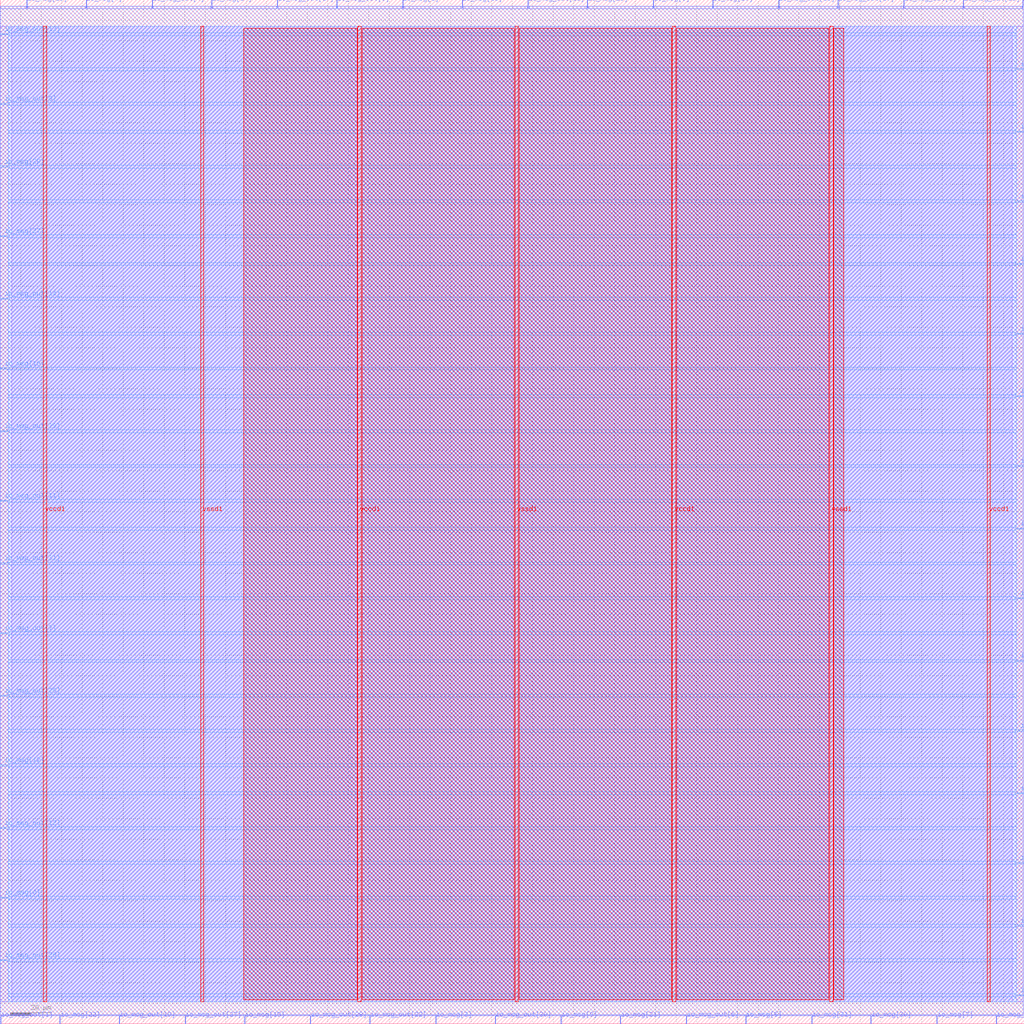
<source format=lef>
VERSION 5.7 ;
  NOWIREEXTENSIONATPIN ON ;
  DIVIDERCHAR "/" ;
  BUSBITCHARS "[]" ;
MACRO sbox
  CLASS BLOCK ;
  FOREIGN sbox ;
  ORIGIN 0.000 0.000 ;
  SIZE 500.000 BY 500.000 ;
  PIN io_msg[0]
    DIRECTION INPUT ;
    USE SIGNAL ;
    PORT
      LAYER met3 ;
        RECT 0.000 61.240 4.000 61.840 ;
    END
  END io_msg[0]
  PIN io_msg[10]
    DIRECTION INPUT ;
    USE SIGNAL ;
    PORT
      LAYER met3 ;
        RECT 496.000 176.840 500.000 177.440 ;
    END
  END io_msg[10]
  PIN io_msg[11]
    DIRECTION INPUT ;
    USE SIGNAL ;
    PORT
      LAYER met3 ;
        RECT 496.000 13.640 500.000 14.240 ;
    END
  END io_msg[11]
  PIN io_msg[12]
    DIRECTION INPUT ;
    USE SIGNAL ;
    PORT
      LAYER met3 ;
        RECT 0.000 125.840 4.000 126.440 ;
    END
  END io_msg[12]
  PIN io_msg[13]
    DIRECTION INPUT ;
    USE SIGNAL ;
    PORT
      LAYER met2 ;
        RECT 225.490 496.000 225.770 500.000 ;
    END
  END io_msg[13]
  PIN io_msg[14]
    DIRECTION INPUT ;
    USE SIGNAL ;
    PORT
      LAYER met2 ;
        RECT 103.130 496.000 103.410 500.000 ;
    END
  END io_msg[14]
  PIN io_msg[15]
    DIRECTION INPUT ;
    USE SIGNAL ;
    PORT
      LAYER met2 ;
        RECT 12.970 496.000 13.250 500.000 ;
    END
  END io_msg[15]
  PIN io_msg[16]
    DIRECTION INPUT ;
    USE SIGNAL ;
    PORT
      LAYER met3 ;
        RECT 0.000 319.640 4.000 320.240 ;
    END
  END io_msg[16]
  PIN io_msg[17]
    DIRECTION INPUT ;
    USE SIGNAL ;
    PORT
      LAYER met3 ;
        RECT 496.000 336.640 500.000 337.240 ;
    END
  END io_msg[17]
  PIN io_msg[18]
    DIRECTION INPUT ;
    USE SIGNAL ;
    PORT
      LAYER met3 ;
        RECT 496.000 78.240 500.000 78.840 ;
    END
  END io_msg[18]
  PIN io_msg[19]
    DIRECTION INPUT ;
    USE SIGNAL ;
    PORT
      LAYER met2 ;
        RECT 119.230 0.000 119.510 4.000 ;
    END
  END io_msg[19]
  PIN io_msg[1]
    DIRECTION INPUT ;
    USE SIGNAL ;
    PORT
      LAYER met2 ;
        RECT 196.510 496.000 196.790 500.000 ;
    END
  END io_msg[1]
  PIN io_msg[20]
    DIRECTION INPUT ;
    USE SIGNAL ;
    PORT
      LAYER met2 ;
        RECT 347.850 496.000 348.130 500.000 ;
    END
  END io_msg[20]
  PIN io_msg[21]
    DIRECTION INPUT ;
    USE SIGNAL ;
    PORT
      LAYER met2 ;
        RECT 302.770 0.000 303.050 4.000 ;
    END
  END io_msg[21]
  PIN io_msg[22]
    DIRECTION INPUT ;
    USE SIGNAL ;
    PORT
      LAYER met2 ;
        RECT 29.070 0.000 29.350 4.000 ;
    END
  END io_msg[22]
  PIN io_msg[23]
    DIRECTION INPUT ;
    USE SIGNAL ;
    PORT
      LAYER met3 ;
        RECT 496.000 272.040 500.000 272.640 ;
    END
  END io_msg[23]
  PIN io_msg[24]
    DIRECTION INPUT ;
    USE SIGNAL ;
    PORT
      LAYER met3 ;
        RECT 496.000 142.840 500.000 143.440 ;
    END
  END io_msg[24]
  PIN io_msg[25]
    DIRECTION INPUT ;
    USE SIGNAL ;
    PORT
      LAYER met2 ;
        RECT 286.670 496.000 286.950 500.000 ;
    END
  END io_msg[25]
  PIN io_msg[26]
    DIRECTION INPUT ;
    USE SIGNAL ;
    PORT
      LAYER met3 ;
        RECT 496.000 435.240 500.000 435.840 ;
    END
  END io_msg[26]
  PIN io_msg[27]
    DIRECTION INPUT ;
    USE SIGNAL ;
    PORT
      LAYER met3 ;
        RECT 0.000 384.240 4.000 384.840 ;
    END
  END io_msg[27]
  PIN io_msg[28]
    DIRECTION INPUT ;
    USE SIGNAL ;
    PORT
      LAYER met3 ;
        RECT 496.000 306.040 500.000 306.640 ;
    END
  END io_msg[28]
  PIN io_msg[29]
    DIRECTION INPUT ;
    USE SIGNAL ;
    PORT
      LAYER met3 ;
        RECT 0.000 418.240 4.000 418.840 ;
    END
  END io_msg[29]
  PIN io_msg[2]
    DIRECTION INPUT ;
    USE SIGNAL ;
    PORT
      LAYER met3 ;
        RECT 496.000 465.840 500.000 466.440 ;
    END
  END io_msg[2]
  PIN io_msg[30]
    DIRECTION INPUT ;
    USE SIGNAL ;
    PORT
      LAYER met2 ;
        RECT 425.130 0.000 425.410 4.000 ;
    END
  END io_msg[30]
  PIN io_msg[31]
    DIRECTION INPUT ;
    USE SIGNAL ;
    PORT
      LAYER met2 ;
        RECT 396.150 0.000 396.430 4.000 ;
    END
  END io_msg[31]
  PIN io_msg[3]
    DIRECTION INPUT ;
    USE SIGNAL ;
    PORT
      LAYER met2 ;
        RECT 212.610 0.000 212.890 4.000 ;
    END
  END io_msg[3]
  PIN io_msg[4]
    DIRECTION INPUT ;
    USE SIGNAL ;
    PORT
      LAYER met2 ;
        RECT 41.950 496.000 42.230 500.000 ;
    END
  END io_msg[4]
  PIN io_msg[5]
    DIRECTION INPUT ;
    USE SIGNAL ;
    PORT
      LAYER met2 ;
        RECT 363.950 0.000 364.230 4.000 ;
    END
  END io_msg[5]
  PIN io_msg[6]
    DIRECTION INPUT ;
    USE SIGNAL ;
    PORT
      LAYER met2 ;
        RECT 318.870 496.000 319.150 500.000 ;
    END
  END io_msg[6]
  PIN io_msg[7]
    DIRECTION INPUT ;
    USE SIGNAL ;
    PORT
      LAYER met2 ;
        RECT 457.330 0.000 457.610 4.000 ;
    END
  END io_msg[7]
  PIN io_msg[8]
    DIRECTION INPUT ;
    USE SIGNAL ;
    PORT
      LAYER met3 ;
        RECT 496.000 47.640 500.000 48.240 ;
    END
  END io_msg[8]
  PIN io_msg[9]
    DIRECTION INPUT ;
    USE SIGNAL ;
    PORT
      LAYER met2 ;
        RECT 273.790 0.000 274.070 4.000 ;
    END
  END io_msg[9]
  PIN io_msg_out[0]
    DIRECTION OUTPUT TRISTATE ;
    USE SIGNAL ;
    PORT
      LAYER met3 ;
        RECT 496.000 112.240 500.000 112.840 ;
    END
  END io_msg_out[0]
  PIN io_msg_out[10]
    DIRECTION OUTPUT TRISTATE ;
    USE SIGNAL ;
    PORT
      LAYER met2 ;
        RECT 409.030 496.000 409.310 500.000 ;
    END
  END io_msg_out[10]
  PIN io_msg_out[11]
    DIRECTION OUTPUT TRISTATE ;
    USE SIGNAL ;
    PORT
      LAYER met3 ;
        RECT 0.000 255.040 4.000 255.640 ;
    END
  END io_msg_out[11]
  PIN io_msg_out[12]
    DIRECTION OUTPUT TRISTATE ;
    USE SIGNAL ;
    PORT
      LAYER met3 ;
        RECT 0.000 95.240 4.000 95.840 ;
    END
  END io_msg_out[12]
  PIN io_msg_out[13]
    DIRECTION OUTPUT TRISTATE ;
    USE SIGNAL ;
    PORT
      LAYER met3 ;
        RECT 0.000 482.840 4.000 483.440 ;
    END
  END io_msg_out[13]
  PIN io_msg_out[14]
    DIRECTION OUTPUT TRISTATE ;
    USE SIGNAL ;
    PORT
      LAYER met3 ;
        RECT 0.000 353.640 4.000 354.240 ;
    END
  END io_msg_out[14]
  PIN io_msg_out[15]
    DIRECTION OUTPUT TRISTATE ;
    USE SIGNAL ;
    PORT
      LAYER met2 ;
        RECT 380.050 496.000 380.330 500.000 ;
    END
  END io_msg_out[15]
  PIN io_msg_out[16]
    DIRECTION OUTPUT TRISTATE ;
    USE SIGNAL ;
    PORT
      LAYER met2 ;
        RECT 470.210 496.000 470.490 500.000 ;
    END
  END io_msg_out[16]
  PIN io_msg_out[17]
    DIRECTION OUTPUT TRISTATE ;
    USE SIGNAL ;
    PORT
      LAYER met2 ;
        RECT 135.330 496.000 135.610 500.000 ;
    END
  END io_msg_out[17]
  PIN io_msg_out[18]
    DIRECTION OUTPUT TRISTATE ;
    USE SIGNAL ;
    PORT
      LAYER met2 ;
        RECT 257.690 496.000 257.970 500.000 ;
    END
  END io_msg_out[18]
  PIN io_msg_out[19]
    DIRECTION OUTPUT TRISTATE ;
    USE SIGNAL ;
    PORT
      LAYER met2 ;
        RECT 58.050 0.000 58.330 4.000 ;
    END
  END io_msg_out[19]
  PIN io_msg_out[1]
    DIRECTION OUTPUT TRISTATE ;
    USE SIGNAL ;
    PORT
      LAYER met2 ;
        RECT 0.090 0.000 0.370 4.000 ;
    END
  END io_msg_out[1]
  PIN io_msg_out[20]
    DIRECTION OUTPUT TRISTATE ;
    USE SIGNAL ;
    PORT
      LAYER met3 ;
        RECT 496.000 401.240 500.000 401.840 ;
    END
  END io_msg_out[20]
  PIN io_msg_out[21]
    DIRECTION OUTPUT TRISTATE ;
    USE SIGNAL ;
    PORT
      LAYER met2 ;
        RECT 499.190 496.000 499.470 500.000 ;
    END
  END io_msg_out[21]
  PIN io_msg_out[22]
    DIRECTION OUTPUT TRISTATE ;
    USE SIGNAL ;
    PORT
      LAYER met2 ;
        RECT 180.410 0.000 180.690 4.000 ;
    END
  END io_msg_out[22]
  PIN io_msg_out[23]
    DIRECTION OUTPUT TRISTATE ;
    USE SIGNAL ;
    PORT
      LAYER met3 ;
        RECT 496.000 370.640 500.000 371.240 ;
    END
  END io_msg_out[23]
  PIN io_msg_out[24]
    DIRECTION OUTPUT TRISTATE ;
    USE SIGNAL ;
    PORT
      LAYER met2 ;
        RECT 486.310 0.000 486.590 4.000 ;
    END
  END io_msg_out[24]
  PIN io_msg_out[25]
    DIRECTION OUTPUT TRISTATE ;
    USE SIGNAL ;
    PORT
      LAYER met3 ;
        RECT 0.000 159.840 4.000 160.440 ;
    END
  END io_msg_out[25]
  PIN io_msg_out[26]
    DIRECTION OUTPUT TRISTATE ;
    USE SIGNAL ;
    PORT
      LAYER met3 ;
        RECT 0.000 30.640 4.000 31.240 ;
    END
  END io_msg_out[26]
  PIN io_msg_out[27]
    DIRECTION OUTPUT TRISTATE ;
    USE SIGNAL ;
    PORT
      LAYER met2 ;
        RECT 90.250 0.000 90.530 4.000 ;
    END
  END io_msg_out[27]
  PIN io_msg_out[28]
    DIRECTION OUTPUT TRISTATE ;
    USE SIGNAL ;
    PORT
      LAYER met2 ;
        RECT 151.430 0.000 151.710 4.000 ;
    END
  END io_msg_out[28]
  PIN io_msg_out[29]
    DIRECTION OUTPUT TRISTATE ;
    USE SIGNAL ;
    PORT
      LAYER met3 ;
        RECT 0.000 289.040 4.000 289.640 ;
    END
  END io_msg_out[29]
  PIN io_msg_out[2]
    DIRECTION OUTPUT TRISTATE ;
    USE SIGNAL ;
    PORT
      LAYER met3 ;
        RECT 496.000 241.440 500.000 242.040 ;
    END
  END io_msg_out[2]
  PIN io_msg_out[30]
    DIRECTION OUTPUT TRISTATE ;
    USE SIGNAL ;
    PORT
      LAYER met2 ;
        RECT 241.590 0.000 241.870 4.000 ;
    END
  END io_msg_out[30]
  PIN io_msg_out[31]
    DIRECTION OUTPUT TRISTATE ;
    USE SIGNAL ;
    PORT
      LAYER met3 ;
        RECT 0.000 224.440 4.000 225.040 ;
    END
  END io_msg_out[31]
  PIN io_msg_out[3]
    DIRECTION OUTPUT TRISTATE ;
    USE SIGNAL ;
    PORT
      LAYER met2 ;
        RECT 441.230 496.000 441.510 500.000 ;
    END
  END io_msg_out[3]
  PIN io_msg_out[4]
    DIRECTION OUTPUT TRISTATE ;
    USE SIGNAL ;
    PORT
      LAYER met2 ;
        RECT 74.150 496.000 74.430 500.000 ;
    END
  END io_msg_out[4]
  PIN io_msg_out[5]
    DIRECTION OUTPUT TRISTATE ;
    USE SIGNAL ;
    PORT
      LAYER met2 ;
        RECT 164.310 496.000 164.590 500.000 ;
    END
  END io_msg_out[5]
  PIN io_msg_out[6]
    DIRECTION OUTPUT TRISTATE ;
    USE SIGNAL ;
    PORT
      LAYER met2 ;
        RECT 334.970 0.000 335.250 4.000 ;
    END
  END io_msg_out[6]
  PIN io_msg_out[7]
    DIRECTION OUTPUT TRISTATE ;
    USE SIGNAL ;
    PORT
      LAYER met3 ;
        RECT 0.000 190.440 4.000 191.040 ;
    END
  END io_msg_out[7]
  PIN io_msg_out[8]
    DIRECTION OUTPUT TRISTATE ;
    USE SIGNAL ;
    PORT
      LAYER met3 ;
        RECT 0.000 448.840 4.000 449.440 ;
    END
  END io_msg_out[8]
  PIN io_msg_out[9]
    DIRECTION OUTPUT TRISTATE ;
    USE SIGNAL ;
    PORT
      LAYER met3 ;
        RECT 496.000 207.440 500.000 208.040 ;
    END
  END io_msg_out[9]
  PIN vccd1
    DIRECTION INPUT ;
    USE POWER ;
    PORT
      LAYER met4 ;
        RECT 21.040 10.640 22.640 487.120 ;
    END
    PORT
      LAYER met4 ;
        RECT 174.640 10.640 176.240 487.120 ;
    END
    PORT
      LAYER met4 ;
        RECT 328.240 10.640 329.840 487.120 ;
    END
    PORT
      LAYER met4 ;
        RECT 481.840 10.640 483.440 487.120 ;
    END
  END vccd1
  PIN vssd1
    DIRECTION INPUT ;
    USE GROUND ;
    PORT
      LAYER met4 ;
        RECT 97.840 10.640 99.440 487.120 ;
    END
    PORT
      LAYER met4 ;
        RECT 251.440 10.640 253.040 487.120 ;
    END
    PORT
      LAYER met4 ;
        RECT 405.040 10.640 406.640 487.120 ;
    END
  END vssd1
  OBS
      LAYER li1 ;
        RECT 5.520 10.795 494.040 486.965 ;
      LAYER met1 ;
        RECT 0.070 10.640 499.490 487.120 ;
      LAYER met2 ;
        RECT 0.100 495.720 12.690 496.810 ;
        RECT 13.530 495.720 41.670 496.810 ;
        RECT 42.510 495.720 73.870 496.810 ;
        RECT 74.710 495.720 102.850 496.810 ;
        RECT 103.690 495.720 135.050 496.810 ;
        RECT 135.890 495.720 164.030 496.810 ;
        RECT 164.870 495.720 196.230 496.810 ;
        RECT 197.070 495.720 225.210 496.810 ;
        RECT 226.050 495.720 257.410 496.810 ;
        RECT 258.250 495.720 286.390 496.810 ;
        RECT 287.230 495.720 318.590 496.810 ;
        RECT 319.430 495.720 347.570 496.810 ;
        RECT 348.410 495.720 379.770 496.810 ;
        RECT 380.610 495.720 408.750 496.810 ;
        RECT 409.590 495.720 440.950 496.810 ;
        RECT 441.790 495.720 469.930 496.810 ;
        RECT 470.770 495.720 498.910 496.810 ;
        RECT 0.100 4.280 499.460 495.720 ;
        RECT 0.650 4.000 28.790 4.280 ;
        RECT 29.630 4.000 57.770 4.280 ;
        RECT 58.610 4.000 89.970 4.280 ;
        RECT 90.810 4.000 118.950 4.280 ;
        RECT 119.790 4.000 151.150 4.280 ;
        RECT 151.990 4.000 180.130 4.280 ;
        RECT 180.970 4.000 212.330 4.280 ;
        RECT 213.170 4.000 241.310 4.280 ;
        RECT 242.150 4.000 273.510 4.280 ;
        RECT 274.350 4.000 302.490 4.280 ;
        RECT 303.330 4.000 334.690 4.280 ;
        RECT 335.530 4.000 363.670 4.280 ;
        RECT 364.510 4.000 395.870 4.280 ;
        RECT 396.710 4.000 424.850 4.280 ;
        RECT 425.690 4.000 457.050 4.280 ;
        RECT 457.890 4.000 486.030 4.280 ;
        RECT 486.870 4.000 499.460 4.280 ;
      LAYER met3 ;
        RECT 4.000 483.840 496.000 487.045 ;
        RECT 4.400 482.440 496.000 483.840 ;
        RECT 4.000 466.840 496.000 482.440 ;
        RECT 4.000 465.440 495.600 466.840 ;
        RECT 4.000 449.840 496.000 465.440 ;
        RECT 4.400 448.440 496.000 449.840 ;
        RECT 4.000 436.240 496.000 448.440 ;
        RECT 4.000 434.840 495.600 436.240 ;
        RECT 4.000 419.240 496.000 434.840 ;
        RECT 4.400 417.840 496.000 419.240 ;
        RECT 4.000 402.240 496.000 417.840 ;
        RECT 4.000 400.840 495.600 402.240 ;
        RECT 4.000 385.240 496.000 400.840 ;
        RECT 4.400 383.840 496.000 385.240 ;
        RECT 4.000 371.640 496.000 383.840 ;
        RECT 4.000 370.240 495.600 371.640 ;
        RECT 4.000 354.640 496.000 370.240 ;
        RECT 4.400 353.240 496.000 354.640 ;
        RECT 4.000 337.640 496.000 353.240 ;
        RECT 4.000 336.240 495.600 337.640 ;
        RECT 4.000 320.640 496.000 336.240 ;
        RECT 4.400 319.240 496.000 320.640 ;
        RECT 4.000 307.040 496.000 319.240 ;
        RECT 4.000 305.640 495.600 307.040 ;
        RECT 4.000 290.040 496.000 305.640 ;
        RECT 4.400 288.640 496.000 290.040 ;
        RECT 4.000 273.040 496.000 288.640 ;
        RECT 4.000 271.640 495.600 273.040 ;
        RECT 4.000 256.040 496.000 271.640 ;
        RECT 4.400 254.640 496.000 256.040 ;
        RECT 4.000 242.440 496.000 254.640 ;
        RECT 4.000 241.040 495.600 242.440 ;
        RECT 4.000 225.440 496.000 241.040 ;
        RECT 4.400 224.040 496.000 225.440 ;
        RECT 4.000 208.440 496.000 224.040 ;
        RECT 4.000 207.040 495.600 208.440 ;
        RECT 4.000 191.440 496.000 207.040 ;
        RECT 4.400 190.040 496.000 191.440 ;
        RECT 4.000 177.840 496.000 190.040 ;
        RECT 4.000 176.440 495.600 177.840 ;
        RECT 4.000 160.840 496.000 176.440 ;
        RECT 4.400 159.440 496.000 160.840 ;
        RECT 4.000 143.840 496.000 159.440 ;
        RECT 4.000 142.440 495.600 143.840 ;
        RECT 4.000 126.840 496.000 142.440 ;
        RECT 4.400 125.440 496.000 126.840 ;
        RECT 4.000 113.240 496.000 125.440 ;
        RECT 4.000 111.840 495.600 113.240 ;
        RECT 4.000 96.240 496.000 111.840 ;
        RECT 4.400 94.840 496.000 96.240 ;
        RECT 4.000 79.240 496.000 94.840 ;
        RECT 4.000 77.840 495.600 79.240 ;
        RECT 4.000 62.240 496.000 77.840 ;
        RECT 4.400 60.840 496.000 62.240 ;
        RECT 4.000 48.640 496.000 60.840 ;
        RECT 4.000 47.240 495.600 48.640 ;
        RECT 4.000 31.640 496.000 47.240 ;
        RECT 4.400 30.240 496.000 31.640 ;
        RECT 4.000 14.640 496.000 30.240 ;
        RECT 4.000 13.240 495.600 14.640 ;
        RECT 4.000 10.715 496.000 13.240 ;
      LAYER met4 ;
        RECT 118.975 11.735 174.240 486.025 ;
        RECT 176.640 11.735 251.040 486.025 ;
        RECT 253.440 11.735 327.840 486.025 ;
        RECT 330.240 11.735 404.640 486.025 ;
        RECT 407.040 11.735 411.865 486.025 ;
  END
END sbox
END LIBRARY


</source>
